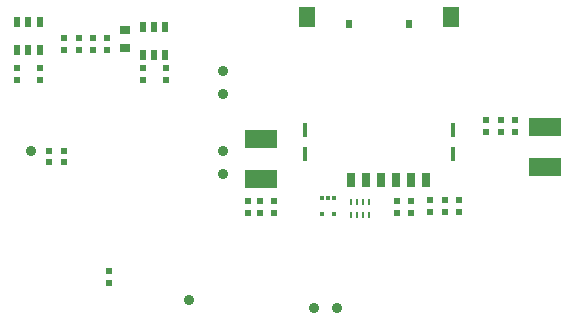
<source format=gbp>
G04 Layer_Color=128*
%FSLAX43Y43*%
%MOMM*%
G71*
G01*
G75*
%ADD12C,0.900*%
%ADD35R,0.500X0.600*%
%ADD36R,0.600X0.950*%
%ADD53R,1.400X1.700*%
%ADD54R,0.450X1.300*%
%ADD55R,0.650X1.150*%
%ADD56R,0.540X0.800*%
%ADD57R,2.743X1.626*%
%ADD58R,0.300X0.450*%
%ADD59R,0.250X0.600*%
%ADD60R,0.950X0.800*%
D12*
X22657Y2073D02*
D03*
X9296Y14707D02*
D03*
X25500Y21400D02*
D03*
Y19500D02*
D03*
Y12700D02*
D03*
Y14700D02*
D03*
X35179Y1372D02*
D03*
X33249D02*
D03*
D35*
X15900Y4500D02*
D03*
Y3500D02*
D03*
X12111Y14707D02*
D03*
Y13707D02*
D03*
X10846Y14707D02*
D03*
Y13707D02*
D03*
X10017Y20710D02*
D03*
Y21710D02*
D03*
X8117Y20710D02*
D03*
Y21710D02*
D03*
X40300Y9439D02*
D03*
Y10439D02*
D03*
X47806Y16300D02*
D03*
Y17300D02*
D03*
X49069Y16297D02*
D03*
Y17297D02*
D03*
X44300Y10500D02*
D03*
Y9500D02*
D03*
X43100Y10500D02*
D03*
Y9500D02*
D03*
X45490Y10500D02*
D03*
Y9500D02*
D03*
X28680Y9439D02*
D03*
Y10439D02*
D03*
X29880Y9439D02*
D03*
Y10439D02*
D03*
X41490D02*
D03*
Y9439D02*
D03*
X12111Y24212D02*
D03*
Y23212D02*
D03*
X13337Y24212D02*
D03*
Y23212D02*
D03*
X14537Y24212D02*
D03*
Y23212D02*
D03*
X15737D02*
D03*
Y24212D02*
D03*
X20680Y20710D02*
D03*
Y21710D02*
D03*
X18767Y20710D02*
D03*
Y21710D02*
D03*
X27629Y9439D02*
D03*
Y10439D02*
D03*
X50269Y16300D02*
D03*
Y17300D02*
D03*
D36*
X8117Y25575D02*
D03*
X9067D02*
D03*
X10017D02*
D03*
Y23225D02*
D03*
X8117D02*
D03*
X9067D02*
D03*
X18767Y25175D02*
D03*
X19717D02*
D03*
X20667D02*
D03*
Y22825D02*
D03*
X18767D02*
D03*
X19717D02*
D03*
D53*
X32630Y25980D02*
D03*
X44840D02*
D03*
D54*
X32465Y16420D02*
D03*
Y14420D02*
D03*
X45005D02*
D03*
Y16420D02*
D03*
D55*
X38950Y12250D02*
D03*
X40220D02*
D03*
X37680D02*
D03*
X36410D02*
D03*
X41490D02*
D03*
X42760D02*
D03*
D56*
X36200Y25400D02*
D03*
X41270D02*
D03*
D57*
X28755Y15702D02*
D03*
Y12298D02*
D03*
X52800Y13298D02*
D03*
Y16702D02*
D03*
D58*
X33900Y10700D02*
D03*
X34400D02*
D03*
X34900D02*
D03*
Y9350D02*
D03*
X33900D02*
D03*
D59*
X37410Y10375D02*
D03*
X36910D02*
D03*
X36410D02*
D03*
X37910D02*
D03*
X36410Y9225D02*
D03*
X36910D02*
D03*
X37410D02*
D03*
X37910D02*
D03*
D60*
X17237Y24884D02*
D03*
Y23384D02*
D03*
M02*

</source>
